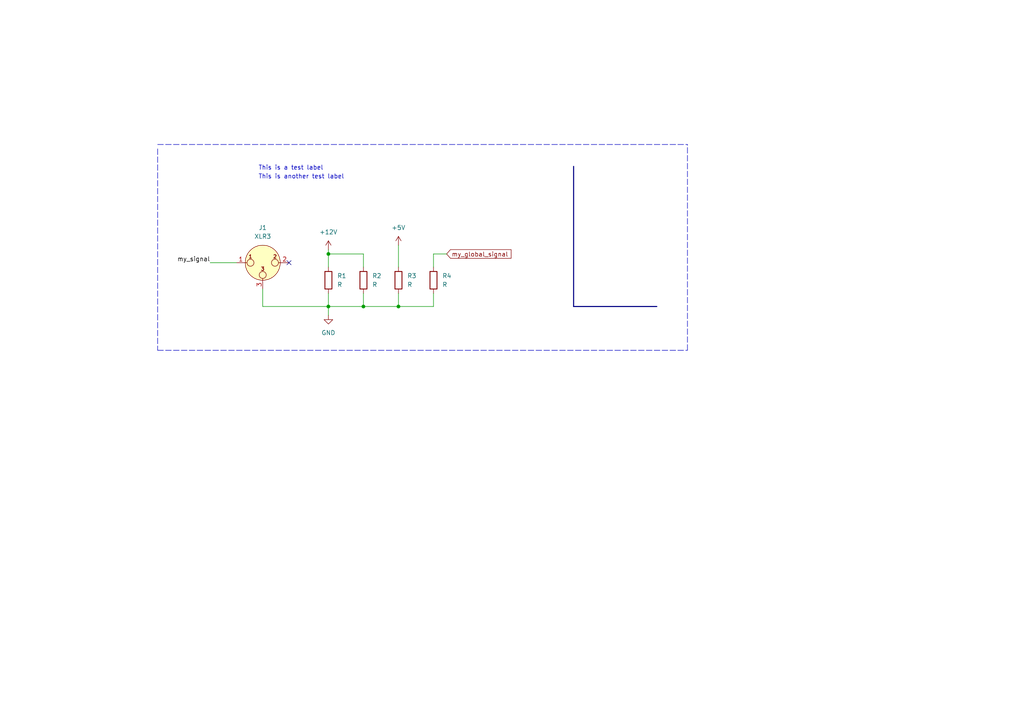
<source format=kicad_sch>
(kicad_sch (version 20211123) (generator eeschema)
  (paper "A4")
  (title_block (title "Test Schematic") (date "2022-07-13") (rev "0.1") (company "No_Company") (comment 1 "This is the 1st comment") (comment 2 "This is the 2nd comment"))
  (lib_symbols
    (symbol "Connector:XLR3" (pin_names hide)
      (property "Reference" "J" (at 0 8.89 0))
      (property "Value" "XLR3" (at 0 6.35 0))
      (symbol "XLR3_0_1"
        (circle (center -3.556 0) (radius 1.016))
        (circle (center 0 -3.556) (radius 1.016))
        (polyline (pts (xy -5.08 0) (xy -4.572 0)))
        (polyline (pts (xy 0 -5.08) (xy 0 -4.572)))
        (polyline (pts (xy 5.08 0) (xy 4.572 0)))
        (circle (center 0 0) (radius 5.08) (fill (type background)))
        (circle (center 3.556 0) (radius 1.016))
        (text "1" (at -3.556 1.778 0) (effects (font (size 1.016 1.016) bold)))
        (text "2" (at 3.556 1.778 0) (effects (font (size 1.016 1.016) bold)))
        (text "3" (at 0 -1.778 0) (effects (font (size 1.016 1.016) bold)))
        (pin passive line (at -7.62 0 0) (length 2.54) (name "~") (number "1"))
        (pin passive line (at 7.62 0 180) (length 2.54) (name "~") (number "2"))
        (pin passive line (at 0 -7.62 90) (length 2.54) (name "~") (number "3"))
      )
    )
    (symbol "Device:R" (pin_numbers hide) (pin_names (offset 0))
      (property "Reference" "R" (at 2.032 0 90))
      (property "Value" "R" (at 0 0 90))
      (symbol "R_0_1"
        (rectangle (start -1.016 -2.54) (end 1.016 2.54) (stroke (width 0.254)))
      )
      (symbol "R_1_1"
        (pin passive line (at 0 3.81 270) (length 1.27) (name "~") (number "1"))
        (pin passive line (at 0 -3.81 90) (length 1.27) (name "~") (number "2"))
      )
    )
    (symbol "power:+12V" (power) (pin_names (offset 0))
      (property "Value" "+12V" (at 0 3.556 0))
      (symbol "+12V_0_1"
        (polyline (pts (xy -0.762 1.27) (xy 0 2.54)))
        (polyline (pts (xy 0 0) (xy 0 2.54)))
        (polyline (pts (xy 0 2.54) (xy 0.762 1.27)))
      )
      (symbol "+12V_1_1"
        (pin power_in line (at 0 0 90) (length 0) hide (name "+12V") (number "1"))
      )
    )
    (symbol "power:+5V" (power) (pin_names (offset 0))
      (property "Value" "+5V" (at 0 3.556 0))
      (symbol "+5V_0_1"
        (polyline (pts (xy -0.762 1.27) (xy 0 2.54)))
        (polyline (pts (xy 0 0) (xy 0 2.54)))
        (polyline (pts (xy 0 2.54) (xy 0.762 1.27)))
      )
      (symbol "+5V_1_1"
        (pin power_in line (at 0 0 90) (length 0) hide (name "+5V") (number "1"))
      )
    )
    (symbol "power:GND" (power) (pin_names (offset 0))
      (property "Value" "GND" (at 0 -3.81 0))
      (symbol "GND_0_1"
        (polyline (pts (xy 0 0) (xy 0 -1.27) (xy 1.27 -1.27) (xy 0 -2.54) (xy -1.27 -1.27) (xy 0 -1.27)))
      )
      (symbol "GND_1_1"
        (pin power_in line (at 0 0 270) (length 0) hide (name "GND") (number "1"))
      )
    )
  )
  (junction (at 115.57 88.9))
  (junction (at 105.41 88.9))
  (junction (at 95.25 88.9))
  (junction (at 95.25 73.66))
  (no_connect (at 83.82 76.2))
  (bus (pts (xy 166.37 48.26) (xy 166.37 88.9)))
  (wire (pts (xy 125.73 73.66) (xy 129.54 73.66)))
  (wire (pts (xy 115.57 88.9) (xy 125.73 88.9)))
  (wire (pts (xy 95.25 85.09) (xy 95.25 88.9)))
  (wire (pts (xy 95.25 73.66) (xy 105.41 73.66)))
  (wire (pts (xy 125.73 88.9) (xy 125.73 85.09)))
  (polyline (pts (xy 199.39 101.6) (xy 199.39 41.91)))
  (polyline (pts (xy 45.72 101.6) (xy 199.39 101.6)))
  (wire (pts (xy 95.25 88.9) (xy 76.2 88.9)))
  (wire (pts (xy 95.25 88.9) (xy 95.25 91.44)))
  (polyline (pts (xy 45.72 41.91) (xy 199.39 41.91)))
  (wire (pts (xy 60.96 76.2) (xy 68.58 76.2)))
  (wire (pts (xy 115.57 71.12) (xy 115.57 77.47)))
  (wire (pts (xy 105.41 85.09) (xy 105.41 88.9)))
  (wire (pts (xy 105.41 73.66) (xy 105.41 77.47)))
  (wire (pts (xy 125.73 73.66) (xy 125.73 77.47)))
  (bus (pts (xy 166.37 88.9) (xy 190.5 88.9)))
  (wire (pts (xy 95.25 73.66) (xy 95.25 77.47)))
  (wire (pts (xy 95.25 88.9) (xy 105.41 88.9)))
  (wire (pts (xy 76.2 88.9) (xy 76.2 83.82)))
  (wire (pts (xy 95.25 72.39) (xy 95.25 73.66)))
  (wire (pts (xy 105.41 88.9) (xy 115.57 88.9)))
  (wire (pts (xy 115.57 85.09) (xy 115.57 88.9)))
  (polyline (pts (xy 45.72 43.18) (xy 45.72 101.6)))
  (text "This is another test label" (at 74.93 52.07 0) (effects (font (size 1.27 1.27)) (justify left bottom)))
  (text "This is a test label" (at 74.93 49.53 0) (effects (font (size 1.27 1.27)) (justify left bottom)))
  (label "my_signal" (at 60.96 76.2 180))
  (global_label "my_global_signal" (shape input) (at 129.54 73.66 0) (property "Intersheet References" "${INTERSHEET_REFS}" (effects hide)))
  (symbol (lib_id "power:GND") (at 95.25 91.44 0) (unit 1)
    (property "Reference" "#PWR02" (effects hide))
    (property "Value" "GND" (at 95.25 96.52 0))
  )
  (symbol (lib_id "power:+12V") (at 95.25 72.39 0) (unit 1)
    (property "Reference" "#PWR01" (effects hide))
    (property "Value" "+12V" (at 95.25 67.31 0))
  )
  (symbol (lib_id "Device:R") (at 125.73 81.28 0) (unit 1)
    (property "Reference" "R4" (at 128.27 80.0099 0) (effects (justify left)))
    (property "Value" "R" (at 128.27 82.5499 0) (effects (justify left)))
  )
  (symbol (lib_id "Device:R") (at 105.41 81.28 0) (unit 1)
    (property "Reference" "R2" (at 107.95 80.0099 0) (effects (justify left)))
    (property "Value" "R" (at 107.95 82.5499 0) (effects (justify left)))
  )
  (symbol (lib_id "Device:R") (at 115.57 81.28 0) (unit 1)
    (property "Reference" "R3" (at 118.11 80.0099 0) (effects (justify left)))
    (property "Value" "R" (at 118.11 82.5499 0) (effects (justify left)))
  )
  (symbol (lib_id "Connector:XLR3") (at 76.2 76.2 0) (unit 1)
    (property "Reference" "J1" (at 76.2 66.04 0))
    (property "Value" "XLR3" (at 76.2 68.58 0))
    (property "Datasheet" " ~" (effects hide))
  )
  (symbol (lib_id "Device:R") (at 95.25 81.28 0) (unit 1)
    (property "Reference" "R1" (at 97.79 80.0099 0) (effects (justify left)))
    (property "Value" "R" (at 97.79 82.5499 0) (effects (justify left)))
  )
  (symbol (lib_id "power:+5V") (at 115.57 71.12 0) (unit 1)
    (property "Reference" "#PWR03" (effects hide))
    (property "Value" "+5V" (at 115.57 66.04 0))
  )
)
</source>
